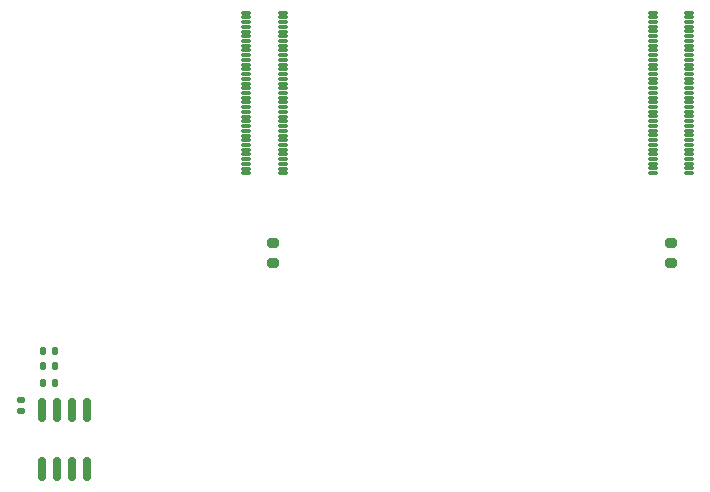
<source format=gbr>
G04 #@! TF.GenerationSoftware,KiCad,Pcbnew,9.0.0*
G04 #@! TF.CreationDate,2025-04-07T23:04:34+01:00*
G04 #@! TF.ProjectId,ephys-test-module-128,65706879-732d-4746-9573-742d6d6f6475,A*
G04 #@! TF.SameCoordinates,Original*
G04 #@! TF.FileFunction,Paste,Top*
G04 #@! TF.FilePolarity,Positive*
%FSLAX46Y46*%
G04 Gerber Fmt 4.6, Leading zero omitted, Abs format (unit mm)*
G04 Created by KiCad (PCBNEW 9.0.0) date 2025-04-07 23:04:34*
%MOMM*%
%LPD*%
G01*
G04 APERTURE LIST*
G04 Aperture macros list*
%AMRoundRect*
0 Rectangle with rounded corners*
0 $1 Rounding radius*
0 $2 $3 $4 $5 $6 $7 $8 $9 X,Y pos of 4 corners*
0 Add a 4 corners polygon primitive as box body*
4,1,4,$2,$3,$4,$5,$6,$7,$8,$9,$2,$3,0*
0 Add four circle primitives for the rounded corners*
1,1,$1+$1,$2,$3*
1,1,$1+$1,$4,$5*
1,1,$1+$1,$6,$7*
1,1,$1+$1,$8,$9*
0 Add four rect primitives between the rounded corners*
20,1,$1+$1,$2,$3,$4,$5,0*
20,1,$1+$1,$4,$5,$6,$7,0*
20,1,$1+$1,$6,$7,$8,$9,0*
20,1,$1+$1,$8,$9,$2,$3,0*%
G04 Aperture macros list end*
%ADD10RoundRect,0.135000X-0.135000X-0.185000X0.135000X-0.185000X0.135000X0.185000X-0.135000X0.185000X0*%
%ADD11RoundRect,0.200000X-0.275000X0.200000X-0.275000X-0.200000X0.275000X-0.200000X0.275000X0.200000X0*%
%ADD12RoundRect,0.010000X0.340000X-0.090000X0.340000X0.090000X-0.340000X0.090000X-0.340000X-0.090000X0*%
%ADD13RoundRect,0.150000X0.150000X-0.825000X0.150000X0.825000X-0.150000X0.825000X-0.150000X-0.825000X0*%
%ADD14RoundRect,0.140000X0.170000X-0.140000X0.170000X0.140000X-0.170000X0.140000X-0.170000X-0.140000X0*%
%ADD15RoundRect,0.010000X-0.340000X0.090000X-0.340000X-0.090000X0.340000X-0.090000X0.340000X0.090000X0*%
G04 APERTURE END LIST*
D10*
G04 #@! TO.C,R3*
X119760000Y-123050000D03*
X120780000Y-123050000D03*
G04 #@! TD*
D11*
G04 #@! TO.C,R4*
X139225000Y-112700000D03*
X139225000Y-114350000D03*
G04 #@! TD*
D12*
G04 #@! TO.C,J1*
X136986500Y-106761500D03*
X140066500Y-106761500D03*
X136986500Y-106361500D03*
X140066500Y-106361500D03*
X136986500Y-105961500D03*
X140066500Y-105961500D03*
X136986500Y-105561500D03*
X140066500Y-105561500D03*
X136986500Y-105161500D03*
X140066500Y-105161500D03*
X136986500Y-104761500D03*
X140066500Y-104761500D03*
X136986500Y-104361500D03*
X140066500Y-104361500D03*
X136986500Y-103961500D03*
X140066500Y-103961500D03*
X136986500Y-103561500D03*
X140066500Y-103561500D03*
X136986500Y-103161500D03*
X140066500Y-103161500D03*
X136986500Y-102761500D03*
X140066500Y-102761500D03*
X136986500Y-102361500D03*
X140066500Y-102361500D03*
X136986500Y-101961500D03*
X140066500Y-101961500D03*
X136986500Y-101561500D03*
X140066500Y-101561500D03*
X136986500Y-101161500D03*
X140066500Y-101161500D03*
X136986500Y-100761500D03*
X140066500Y-100761500D03*
X136986500Y-100361500D03*
X140066500Y-100361500D03*
X136986500Y-99961500D03*
X140066500Y-99961500D03*
X136986500Y-99561500D03*
X140066500Y-99561500D03*
X136986500Y-99161500D03*
X140066500Y-99161500D03*
X136986500Y-98761500D03*
X140066500Y-98761500D03*
X136986500Y-98361500D03*
X140066500Y-98361500D03*
X136986500Y-97961500D03*
X140066500Y-97961500D03*
X136986500Y-97561500D03*
X140066500Y-97561500D03*
X136986500Y-97161500D03*
X140066500Y-97161500D03*
X136986500Y-96761500D03*
X140066500Y-96761500D03*
X136986500Y-96361500D03*
X140066500Y-96361500D03*
X136986500Y-95961500D03*
X140066500Y-95961500D03*
X136986500Y-95561500D03*
X140066500Y-95561500D03*
X136986500Y-95161500D03*
X140066500Y-95161500D03*
X136986500Y-94761500D03*
X140066500Y-94761500D03*
X136986500Y-94361500D03*
X140066500Y-94361500D03*
X136986500Y-93961500D03*
X140066500Y-93961500D03*
X136986500Y-93561500D03*
X140066500Y-93561500D03*
X136986500Y-93161500D03*
X140066500Y-93161500D03*
G04 #@! TD*
D10*
G04 #@! TO.C,R1*
X119760000Y-124550000D03*
X120780000Y-124550000D03*
G04 #@! TD*
D13*
G04 #@! TO.C,U1*
X119665000Y-131775000D03*
X120935000Y-131775000D03*
X122205000Y-131775000D03*
X123475000Y-131775000D03*
X123475000Y-126825000D03*
X122205000Y-126825000D03*
X120935000Y-126825000D03*
X119665000Y-126825000D03*
G04 #@! TD*
D10*
G04 #@! TO.C,R2*
X119750000Y-121800000D03*
X120770000Y-121800000D03*
G04 #@! TD*
D14*
G04 #@! TO.C,C1*
X117870000Y-126880000D03*
X117870000Y-125920000D03*
G04 #@! TD*
D15*
G04 #@! TO.C,J5*
X174475750Y-93150000D03*
X171395750Y-93150000D03*
X174475750Y-93550000D03*
X171395750Y-93550000D03*
X174475750Y-93950000D03*
X171395750Y-93950000D03*
X174475750Y-94350000D03*
X171395750Y-94350000D03*
X174475750Y-94750000D03*
X171395750Y-94750000D03*
X174475750Y-95150000D03*
X171395750Y-95150000D03*
X174475750Y-95550000D03*
X171395750Y-95550000D03*
X174475750Y-95950000D03*
X171395750Y-95950000D03*
X174475750Y-96350000D03*
X171395750Y-96350000D03*
X174475750Y-96750000D03*
X171395750Y-96750000D03*
X174475750Y-97150000D03*
X171395750Y-97150000D03*
X174475750Y-97550000D03*
X171395750Y-97550000D03*
X174475750Y-97950000D03*
X171395750Y-97950000D03*
X174475750Y-98350000D03*
X171395750Y-98350000D03*
X174475750Y-98750000D03*
X171395750Y-98750000D03*
X174475750Y-99150000D03*
X171395750Y-99150000D03*
X174475750Y-99550000D03*
X171395750Y-99550000D03*
X174475750Y-99950000D03*
X171395750Y-99950000D03*
X174475750Y-100350000D03*
X171395750Y-100350000D03*
X174475750Y-100750000D03*
X171395750Y-100750000D03*
X174475750Y-101150000D03*
X171395750Y-101150000D03*
X174475750Y-101550000D03*
X171395750Y-101550000D03*
X174475750Y-101950000D03*
X171395750Y-101950000D03*
X174475750Y-102350000D03*
X171395750Y-102350000D03*
X174475750Y-102750000D03*
X171395750Y-102750000D03*
X174475750Y-103150000D03*
X171395750Y-103150000D03*
X174475750Y-103550000D03*
X171395750Y-103550000D03*
X174475750Y-103950000D03*
X171395750Y-103950000D03*
X174475750Y-104350000D03*
X171395750Y-104350000D03*
X174475750Y-104750000D03*
X171395750Y-104750000D03*
X174475750Y-105150000D03*
X171395750Y-105150000D03*
X174475750Y-105550000D03*
X171395750Y-105550000D03*
X174475750Y-105950000D03*
X171395750Y-105950000D03*
X174475750Y-106350000D03*
X171395750Y-106350000D03*
X174475750Y-106750000D03*
X171395750Y-106750000D03*
G04 #@! TD*
D11*
G04 #@! TO.C,R5*
X172950750Y-112700000D03*
X172950750Y-114350000D03*
G04 #@! TD*
M02*

</source>
